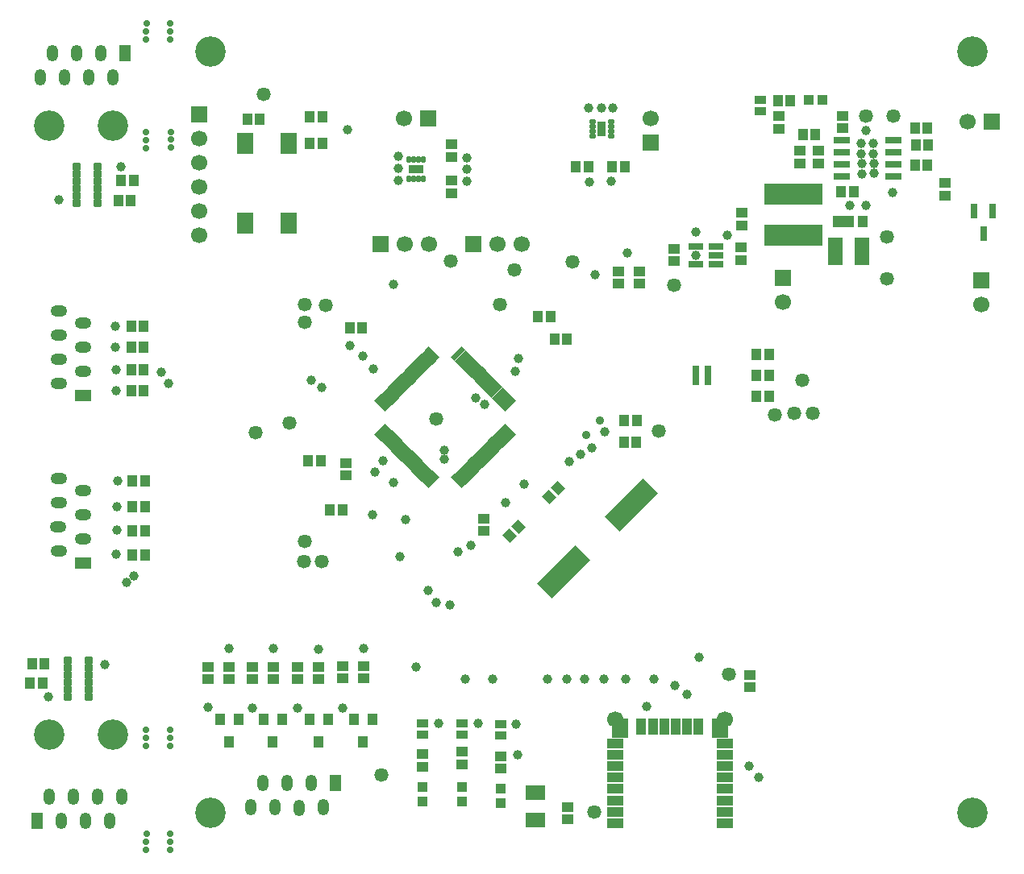
<source format=gts>
%FSLAX42Y42*%
%MOMM*%
G71*
G01*
G75*
G04 Layer_Color=8388736*
%ADD10R,2.00X1.10*%
%ADD11R,0.80X1.10*%
%ADD12R,0.85X0.95*%
%ADD13R,1.00X0.90*%
%ADD14R,1.55X0.60*%
%ADD15R,0.90X1.00*%
%ADD16R,1.80X1.30*%
%ADD17R,1.45X0.45*%
%ADD18R,0.45X0.45*%
G04:AMPARAMS|DCode=19|XSize=0.65mm|YSize=0.6mm|CornerRadius=0.02mm|HoleSize=0mm|Usage=FLASHONLY|Rotation=180.000|XOffset=0mm|YOffset=0mm|HoleType=Round|Shape=RoundedRectangle|*
%AMROUNDEDRECTD19*
21,1,0.65,0.57,0,0,180.0*
21,1,0.62,0.60,0,0,180.0*
1,1,0.03,-0.31,0.28*
1,1,0.03,0.31,0.28*
1,1,0.03,0.31,-0.28*
1,1,0.03,-0.31,-0.28*
%
%ADD19ROUNDEDRECTD19*%
%ADD20R,1.50X2.00*%
G04:AMPARAMS|DCode=21|XSize=0.5mm|YSize=0.25mm|CornerRadius=0mm|HoleSize=0mm|Usage=FLASHONLY|Rotation=180.000|XOffset=0mm|YOffset=0mm|HoleType=Round|Shape=RoundedRectangle|*
%AMROUNDEDRECTD21*
21,1,0.50,0.25,0,0,180.0*
21,1,0.50,0.25,0,0,180.0*
1,1,0.00,-0.25,0.12*
1,1,0.00,0.25,0.12*
1,1,0.00,0.25,-0.12*
1,1,0.00,-0.25,-0.12*
%
%ADD21ROUNDEDRECTD21*%
%ADD22R,0.70X1.30*%
G04:AMPARAMS|DCode=23|XSize=0.5mm|YSize=0.25mm|CornerRadius=0mm|HoleSize=0mm|Usage=FLASHONLY|Rotation=270.000|XOffset=0mm|YOffset=0mm|HoleType=Round|Shape=RoundedRectangle|*
%AMROUNDEDRECTD23*
21,1,0.50,0.25,0,0,270.0*
21,1,0.50,0.25,0,0,270.0*
1,1,0.00,-0.12,-0.25*
1,1,0.00,-0.12,0.25*
1,1,0.00,0.12,0.25*
1,1,0.00,0.12,-0.25*
%
%ADD23ROUNDEDRECTD23*%
%ADD24R,1.30X0.70*%
G04:AMPARAMS|DCode=25|XSize=0.3mm|YSize=1.4mm|CornerRadius=0mm|HoleSize=0mm|Usage=FLASHONLY|Rotation=45.000|XOffset=0mm|YOffset=0mm|HoleType=Round|Shape=Rectangle|*
%AMROTATEDRECTD25*
4,1,4,0.39,-0.60,-0.60,0.39,-0.39,0.60,0.60,-0.39,0.39,-0.60,0.0*
%
%ADD25ROTATEDRECTD25*%

G04:AMPARAMS|DCode=26|XSize=0.3mm|YSize=1.4mm|CornerRadius=0mm|HoleSize=0mm|Usage=FLASHONLY|Rotation=315.000|XOffset=0mm|YOffset=0mm|HoleType=Round|Shape=Rectangle|*
%AMROTATEDRECTD26*
4,1,4,-0.60,-0.39,0.39,0.60,0.60,0.39,-0.39,-0.60,-0.60,-0.39,0.0*
%
%ADD26ROTATEDRECTD26*%

%ADD27R,1.00X0.75*%
%ADD28R,0.80X0.80*%
%ADD29R,6.00X2.00*%
%ADD30R,1.30X2.70*%
%ADD31R,0.80X0.80*%
%ADD32R,0.90X0.95*%
%ADD33R,0.90X0.95*%
%ADD34R,0.95X0.85*%
G04:AMPARAMS|DCode=35|XSize=0.95mm|YSize=0.85mm|CornerRadius=0mm|HoleSize=0mm|Usage=FLASHONLY|Rotation=315.000|XOffset=0mm|YOffset=0mm|HoleType=Round|Shape=Rectangle|*
%AMROTATEDRECTD35*
4,1,4,-0.64,0.04,-0.04,0.64,0.64,-0.04,0.04,-0.64,-0.64,0.04,0.0*
%
%ADD35ROTATEDRECTD35*%

G04:AMPARAMS|DCode=36|XSize=5.5mm|YSize=2mm|CornerRadius=0mm|HoleSize=0mm|Usage=FLASHONLY|Rotation=225.000|XOffset=0mm|YOffset=0mm|HoleType=Round|Shape=Rectangle|*
%AMROTATEDRECTD36*
4,1,4,1.24,2.65,2.65,1.24,-1.24,-2.65,-2.65,-1.24,1.24,2.65,0.0*
%
%ADD36ROTATEDRECTD36*%

%ADD37C,1.50*%
%ADD38R,0.80X1.50*%
%ADD39R,1.50X0.80*%
%ADD40R,0.60X1.45*%
%ADD41C,0.25*%
%ADD42C,0.76*%
%ADD43C,0.50*%
%ADD44R,1.55X1.85*%
%ADD45R,1.50X1.50*%
%ADD46O,1.00X1.52*%
%ADD47R,1.00X1.52*%
%ADD48R,1.50X1.50*%
%ADD49O,1.52X1.00*%
%ADD50R,1.52X1.00*%
%ADD51C,0.70*%
%ADD52C,0.80*%
%ADD53C,1.27*%
%ADD54C,3.00*%
%ADD55C,0.50*%
%ADD56C,1.02*%
%ADD57C,0.51*%
%ADD58C,0.10*%
%ADD59C,0.20*%
%ADD60C,0.25*%
%ADD61C,0.60*%
%ADD62C,0.15*%
%ADD63R,2.20X1.30*%
%ADD64R,1.00X1.30*%
%ADD65R,1.05X1.15*%
%ADD66R,1.20X1.10*%
%ADD67R,1.75X0.80*%
%ADD68R,1.10X1.20*%
%ADD69R,2.00X1.50*%
%ADD70R,1.65X0.65*%
%ADD71R,0.65X0.65*%
G04:AMPARAMS|DCode=72|XSize=0.85mm|YSize=0.8mm|CornerRadius=0.12mm|HoleSize=0mm|Usage=FLASHONLY|Rotation=180.000|XOffset=0mm|YOffset=0mm|HoleType=Round|Shape=RoundedRectangle|*
%AMROUNDEDRECTD72*
21,1,0.85,0.57,0,0,180.0*
21,1,0.62,0.80,0,0,180.0*
1,1,0.23,-0.31,0.28*
1,1,0.23,0.31,0.28*
1,1,0.23,0.31,-0.28*
1,1,0.23,-0.31,-0.28*
%
%ADD72ROUNDEDRECTD72*%
%ADD73R,1.70X2.20*%
G04:AMPARAMS|DCode=74|XSize=0.7mm|YSize=0.45mm|CornerRadius=0.1mm|HoleSize=0mm|Usage=FLASHONLY|Rotation=180.000|XOffset=0mm|YOffset=0mm|HoleType=Round|Shape=RoundedRectangle|*
%AMROUNDEDRECTD74*
21,1,0.70,0.25,0,0,180.0*
21,1,0.50,0.45,0,0,180.0*
1,1,0.21,-0.25,0.12*
1,1,0.21,0.25,0.12*
1,1,0.21,0.25,-0.12*
1,1,0.21,-0.25,-0.12*
%
%ADD74ROUNDEDRECTD74*%
%ADD75R,0.90X1.50*%
G04:AMPARAMS|DCode=76|XSize=0.7mm|YSize=0.45mm|CornerRadius=0.1mm|HoleSize=0mm|Usage=FLASHONLY|Rotation=270.000|XOffset=0mm|YOffset=0mm|HoleType=Round|Shape=RoundedRectangle|*
%AMROUNDEDRECTD76*
21,1,0.70,0.25,0,0,270.0*
21,1,0.50,0.45,0,0,270.0*
1,1,0.21,-0.12,-0.25*
1,1,0.21,-0.12,0.25*
1,1,0.21,0.12,0.25*
1,1,0.21,0.12,-0.25*
%
%ADD76ROUNDEDRECTD76*%
%ADD77R,1.50X0.90*%
G04:AMPARAMS|DCode=78|XSize=0.5mm|YSize=1.6mm|CornerRadius=0mm|HoleSize=0mm|Usage=FLASHONLY|Rotation=45.000|XOffset=0mm|YOffset=0mm|HoleType=Round|Shape=Rectangle|*
%AMROTATEDRECTD78*
4,1,4,0.39,-0.74,-0.74,0.39,-0.39,0.74,0.74,-0.39,0.39,-0.74,0.0*
%
%ADD78ROTATEDRECTD78*%

G04:AMPARAMS|DCode=79|XSize=0.5mm|YSize=1.6mm|CornerRadius=0mm|HoleSize=0mm|Usage=FLASHONLY|Rotation=315.000|XOffset=0mm|YOffset=0mm|HoleType=Round|Shape=Rectangle|*
%AMROTATEDRECTD79*
4,1,4,-0.74,-0.39,0.39,0.74,0.74,0.39,-0.39,-0.74,-0.74,-0.39,0.0*
%
%ADD79ROTATEDRECTD79*%

%ADD80R,1.20X0.95*%
%ADD81R,1.00X1.00*%
%ADD82R,6.20X2.20*%
%ADD83R,1.50X2.90*%
%ADD84R,1.00X1.00*%
%ADD85R,1.10X1.15*%
%ADD86R,1.10X1.15*%
%ADD87R,1.15X1.05*%
G04:AMPARAMS|DCode=88|XSize=1.15mm|YSize=1.05mm|CornerRadius=0mm|HoleSize=0mm|Usage=FLASHONLY|Rotation=315.000|XOffset=0mm|YOffset=0mm|HoleType=Round|Shape=Rectangle|*
%AMROTATEDRECTD88*
4,1,4,-0.78,0.04,-0.04,0.78,0.78,-0.04,0.04,-0.78,-0.78,0.04,0.0*
%
%ADD88ROTATEDRECTD88*%

G04:AMPARAMS|DCode=89|XSize=5.7mm|YSize=2.2mm|CornerRadius=0mm|HoleSize=0mm|Usage=FLASHONLY|Rotation=225.000|XOffset=0mm|YOffset=0mm|HoleType=Round|Shape=Rectangle|*
%AMROTATEDRECTD89*
4,1,4,1.24,2.80,2.80,1.24,-1.24,-2.80,-2.80,-1.24,1.24,2.80,0.0*
%
%ADD89ROTATEDRECTD89*%

%ADD90C,1.70*%
%ADD91R,1.00X1.70*%
%ADD92R,1.70X1.00*%
%ADD93R,0.80X1.65*%
%ADD94R,1.75X2.05*%
%ADD95R,1.70X1.70*%
%ADD96O,1.20X1.73*%
%ADD97R,1.20X1.73*%
%ADD98R,1.70X1.70*%
%ADD99O,1.73X1.20*%
%ADD100R,1.73X1.20*%
%ADD101C,0.90*%
%ADD102C,1.00*%
%ADD103C,1.47*%
%ADD104C,3.20*%
%ADD105C,0.70*%
D63*
X13440Y10240D02*
D03*
D64*
X13645D02*
D03*
D65*
X13020Y11153D02*
D03*
X13150D02*
D03*
X14325Y10832D02*
D03*
X14195D02*
D03*
X14332Y11047D02*
D03*
X14202D02*
D03*
X7182Y11315D02*
D03*
X7312D02*
D03*
X10540Y9000D02*
D03*
X10410D02*
D03*
X10238Y9243D02*
D03*
X10368D02*
D03*
X8260Y9120D02*
D03*
X8390D02*
D03*
X8051Y7205D02*
D03*
X8181D02*
D03*
X11268Y7920D02*
D03*
X11138D02*
D03*
X11272Y8145D02*
D03*
X11143D02*
D03*
X5962Y10463D02*
D03*
X5832D02*
D03*
X4923Y5587D02*
D03*
X5053D02*
D03*
X7970Y11338D02*
D03*
X7840D02*
D03*
X7840Y11060D02*
D03*
X7970D02*
D03*
X6096Y8916D02*
D03*
X5966D02*
D03*
X6096Y9137D02*
D03*
X5966D02*
D03*
X6097Y8459D02*
D03*
X5967D02*
D03*
X6096Y8680D02*
D03*
X5966D02*
D03*
X6107Y7243D02*
D03*
X5977D02*
D03*
X6107Y7509D02*
D03*
X5977D02*
D03*
X6107Y6735D02*
D03*
X5977D02*
D03*
X6107Y6989D02*
D03*
X5977D02*
D03*
X7953Y7725D02*
D03*
X7822D02*
D03*
X12885Y11510D02*
D03*
X12755D02*
D03*
X12661Y8402D02*
D03*
X12531D02*
D03*
X12662Y8618D02*
D03*
X12532D02*
D03*
X12662Y8845D02*
D03*
X12532D02*
D03*
D66*
X12990Y10847D02*
D03*
Y10982D02*
D03*
X9327Y10539D02*
D03*
Y10674D02*
D03*
Y10919D02*
D03*
Y11054D02*
D03*
X12368Y9968D02*
D03*
Y9832D02*
D03*
X14507Y10512D02*
D03*
Y10647D02*
D03*
X13177Y10845D02*
D03*
Y10980D02*
D03*
D67*
X13968Y10971D02*
D03*
Y10844D02*
D03*
Y11098D02*
D03*
Y10717D02*
D03*
X13427Y10714D02*
D03*
Y11096D02*
D03*
Y10842D02*
D03*
Y10968D02*
D03*
D68*
X14327Y11222D02*
D03*
X14193D02*
D03*
X5033Y5389D02*
D03*
X4898D02*
D03*
X5859Y10669D02*
D03*
X5994D02*
D03*
X10630Y10817D02*
D03*
X10765D02*
D03*
X11011D02*
D03*
X11146D02*
D03*
X13552Y10555D02*
D03*
X13418D02*
D03*
D69*
X10205Y4235D02*
D03*
Y3945D02*
D03*
D70*
X11892Y9980D02*
D03*
Y9790D02*
D03*
X12107Y9980D02*
D03*
Y9885D02*
D03*
Y9790D02*
D03*
D71*
X11897Y8554D02*
D03*
Y8621D02*
D03*
Y8689D02*
D03*
X12022Y8554D02*
D03*
Y8621D02*
D03*
Y8689D02*
D03*
D72*
X5516Y5247D02*
D03*
Y5322D02*
D03*
Y5397D02*
D03*
Y5472D02*
D03*
Y5547D02*
D03*
Y5622D02*
D03*
X5296D02*
D03*
Y5547D02*
D03*
Y5472D02*
D03*
Y5397D02*
D03*
Y5322D02*
D03*
Y5247D02*
D03*
X5392Y10811D02*
D03*
Y10736D02*
D03*
Y10661D02*
D03*
Y10586D02*
D03*
Y10511D02*
D03*
Y10436D02*
D03*
X5612D02*
D03*
Y10511D02*
D03*
Y10586D02*
D03*
Y10661D02*
D03*
Y10736D02*
D03*
Y10811D02*
D03*
D73*
X7164Y10221D02*
D03*
X7614D02*
D03*
X7164Y11061D02*
D03*
X7614D02*
D03*
D74*
X10806Y11135D02*
D03*
Y11185D02*
D03*
Y11235D02*
D03*
Y11285D02*
D03*
X11006D02*
D03*
Y11235D02*
D03*
Y11185D02*
D03*
Y11135D02*
D03*
D75*
X10906Y11213D02*
D03*
D76*
X9033Y10692D02*
D03*
X8983D02*
D03*
X8933D02*
D03*
X8883D02*
D03*
Y10892D02*
D03*
X8933D02*
D03*
X8983D02*
D03*
X9033D02*
D03*
D77*
X8956Y10792D02*
D03*
D78*
X9124Y8847D02*
D03*
X9088Y8812D02*
D03*
X9053Y8776D02*
D03*
X9018Y8741D02*
D03*
X8982Y8706D02*
D03*
X8947Y8670D02*
D03*
X8911Y8635D02*
D03*
X8876Y8600D02*
D03*
X8841Y8564D02*
D03*
X8805Y8529D02*
D03*
X8770Y8494D02*
D03*
X8735Y8458D02*
D03*
X8699Y8423D02*
D03*
X8664Y8388D02*
D03*
X8629Y8352D02*
D03*
X8593Y8317D02*
D03*
X9399Y7511D02*
D03*
X9435Y7546D02*
D03*
X9470Y7581D02*
D03*
X9505Y7617D02*
D03*
X9541Y7652D02*
D03*
X9576Y7688D02*
D03*
X9612Y7723D02*
D03*
X9647Y7758D02*
D03*
X9682Y7794D02*
D03*
X9718Y7829D02*
D03*
X9753Y7864D02*
D03*
X9788Y7900D02*
D03*
X9824Y7935D02*
D03*
X9859Y7970D02*
D03*
X9894Y8006D02*
D03*
X9930Y8041D02*
D03*
D79*
X8593D02*
D03*
X8629Y8006D02*
D03*
X8664Y7970D02*
D03*
X8699Y7935D02*
D03*
X8735Y7900D02*
D03*
X8770Y7864D02*
D03*
X8805Y7829D02*
D03*
X8841Y7794D02*
D03*
X8876Y7758D02*
D03*
X8911Y7723D02*
D03*
X8947Y7688D02*
D03*
X8982Y7652D02*
D03*
X9018Y7617D02*
D03*
X9053Y7581D02*
D03*
X9088Y7546D02*
D03*
X9124Y7511D02*
D03*
X9930Y8317D02*
D03*
X9894Y8352D02*
D03*
X9859Y8388D02*
D03*
X9824Y8423D02*
D03*
X9788Y8458D02*
D03*
X9753Y8494D02*
D03*
X9718Y8529D02*
D03*
X9682Y8564D02*
D03*
X9647Y8600D02*
D03*
X9612Y8635D02*
D03*
X9576Y8670D02*
D03*
X9541Y8706D02*
D03*
X9505Y8741D02*
D03*
X9470Y8776D02*
D03*
X9435Y8812D02*
D03*
X9399Y8847D02*
D03*
D80*
X9022Y4962D02*
D03*
Y4847D02*
D03*
X9841Y4955D02*
D03*
Y4840D02*
D03*
X9442Y4962D02*
D03*
Y4847D02*
D03*
X12575Y11400D02*
D03*
Y11515D02*
D03*
D81*
X9436Y4294D02*
D03*
Y4144D02*
D03*
X9020Y4294D02*
D03*
Y4144D02*
D03*
X9844Y4277D02*
D03*
Y4127D02*
D03*
D82*
X12920Y10097D02*
D03*
Y10528D02*
D03*
D83*
X13640Y9922D02*
D03*
X13360D02*
D03*
D84*
X13077Y11515D02*
D03*
X13227D02*
D03*
D85*
X8030Y5003D02*
D03*
X7935Y4768D02*
D03*
X7090Y5003D02*
D03*
X6995Y4768D02*
D03*
X8496Y5003D02*
D03*
X8401Y4768D02*
D03*
X7547Y5003D02*
D03*
X7452Y4768D02*
D03*
D86*
X7840Y5003D02*
D03*
X6900D02*
D03*
X8306D02*
D03*
X7357D02*
D03*
D87*
X8221Y7572D02*
D03*
Y7703D02*
D03*
X10545Y3958D02*
D03*
Y4088D02*
D03*
X6770Y5560D02*
D03*
Y5430D02*
D03*
X6990Y5560D02*
D03*
Y5430D02*
D03*
X7715Y5558D02*
D03*
Y5428D02*
D03*
X7935Y5558D02*
D03*
Y5428D02*
D03*
X7233Y5558D02*
D03*
Y5428D02*
D03*
X7454Y5558D02*
D03*
Y5428D02*
D03*
X8182Y5568D02*
D03*
Y5438D02*
D03*
X8402Y5568D02*
D03*
Y5438D02*
D03*
X11298Y9588D02*
D03*
Y9718D02*
D03*
X11078Y9718D02*
D03*
Y9588D02*
D03*
X12762Y11215D02*
D03*
Y11345D02*
D03*
X13432Y11218D02*
D03*
Y11347D02*
D03*
X12375Y10200D02*
D03*
Y10330D02*
D03*
X11665Y9953D02*
D03*
Y9822D02*
D03*
X9436Y4665D02*
D03*
Y4535D02*
D03*
X9022Y4639D02*
D03*
Y4509D02*
D03*
X9841Y4619D02*
D03*
Y4489D02*
D03*
X12462Y5472D02*
D03*
Y5342D02*
D03*
X9670Y6988D02*
D03*
Y7118D02*
D03*
D88*
X9942Y6937D02*
D03*
X10033Y7028D02*
D03*
X10446Y7438D02*
D03*
X10354Y7347D02*
D03*
D89*
X10509Y6556D02*
D03*
X11217Y7263D02*
D03*
D90*
X11046Y5005D02*
D03*
X12196D02*
D03*
X12805Y9393D02*
D03*
X8836Y10005D02*
D03*
X9090D02*
D03*
X11418Y11325D02*
D03*
X8831Y11327D02*
D03*
X14748Y11285D02*
D03*
X9807Y10003D02*
D03*
X10061D02*
D03*
X6675Y11114D02*
D03*
Y10860D02*
D03*
Y10606D02*
D03*
Y10351D02*
D03*
Y10097D02*
D03*
X14888Y9368D02*
D03*
D91*
X11561Y4930D02*
D03*
X11681D02*
D03*
X11801D02*
D03*
X11921D02*
D03*
X11441D02*
D03*
X11321D02*
D03*
D92*
X12196Y4755D02*
D03*
Y4635D02*
D03*
Y4515D02*
D03*
Y4275D02*
D03*
Y3915D02*
D03*
Y4035D02*
D03*
Y4155D02*
D03*
Y4395D02*
D03*
X11046D02*
D03*
Y4155D02*
D03*
Y4035D02*
D03*
Y3915D02*
D03*
Y4275D02*
D03*
Y4515D02*
D03*
Y4635D02*
D03*
Y4755D02*
D03*
D93*
X15009Y10349D02*
D03*
X14818D02*
D03*
X14913Y10114D02*
D03*
D94*
X11099Y4913D02*
D03*
X12144D02*
D03*
D95*
X12805Y9647D02*
D03*
X11418Y11071D02*
D03*
X6675Y11368D02*
D03*
X14888Y9622D02*
D03*
D96*
X7223Y4081D02*
D03*
X7731Y4078D02*
D03*
X7350Y4335D02*
D03*
X7858D02*
D03*
X7477Y4081D02*
D03*
X7985Y4080D02*
D03*
X7604Y4335D02*
D03*
X5863Y4194D02*
D03*
X5355Y4197D02*
D03*
X5736Y3940D02*
D03*
X5228D02*
D03*
X5609Y4194D02*
D03*
X5101Y4194D02*
D03*
X5482Y3940D02*
D03*
X5012Y11754D02*
D03*
X5520Y11751D02*
D03*
X5139Y12008D02*
D03*
X5647D02*
D03*
X5266Y11754D02*
D03*
X5774Y11753D02*
D03*
X5393Y12008D02*
D03*
D97*
X8112Y4335D02*
D03*
X4974Y3940D02*
D03*
X5901Y12008D02*
D03*
D98*
X8582Y10005D02*
D03*
X9085Y11327D02*
D03*
X15002Y11285D02*
D03*
X9553Y10003D02*
D03*
D99*
X5208Y9297D02*
D03*
X5205Y8789D02*
D03*
X5462Y9170D02*
D03*
Y8662D02*
D03*
X5208Y9043D02*
D03*
X5208Y8535D02*
D03*
X5462Y8916D02*
D03*
X5203Y7535D02*
D03*
X5200Y7027D02*
D03*
X5457Y7408D02*
D03*
Y6900D02*
D03*
X5203Y7281D02*
D03*
X5203Y6773D02*
D03*
X5457Y7154D02*
D03*
D100*
X5462Y8408D02*
D03*
X5457Y6646D02*
D03*
D101*
X10738Y7995D02*
D03*
X10886Y8144D02*
D03*
D102*
X13960Y10540D02*
D03*
X13510Y10412D02*
D03*
X9585Y8388D02*
D03*
X10832Y9680D02*
D03*
X5202Y10466D02*
D03*
X5691Y5584D02*
D03*
X8520Y7605D02*
D03*
X8843Y7109D02*
D03*
X9994Y8664D02*
D03*
X10035Y8797D02*
D03*
X8612Y7722D02*
D03*
X11450Y5428D02*
D03*
X11153D02*
D03*
X10928D02*
D03*
X10728D02*
D03*
X10538D02*
D03*
X10332D02*
D03*
X9762D02*
D03*
X9470D02*
D03*
X8953Y5553D02*
D03*
X10935Y8030D02*
D03*
X10093Y7478D02*
D03*
X9893Y7285D02*
D03*
X9085Y6358D02*
D03*
X9310Y6210D02*
D03*
X9168Y6238D02*
D03*
X7715Y5128D02*
D03*
X8783Y6713D02*
D03*
X8232Y11203D02*
D03*
X7965Y8497D02*
D03*
X8722Y7497D02*
D03*
X11890Y9880D02*
D03*
X11893Y10130D02*
D03*
X12228Y10093D02*
D03*
X8400Y8822D02*
D03*
X8262Y8938D02*
D03*
X8722Y9575D02*
D03*
X6993Y5750D02*
D03*
X7857Y8572D02*
D03*
X6283Y8653D02*
D03*
X6353Y8538D02*
D03*
X7457Y5755D02*
D03*
X7935Y5745D02*
D03*
X8402Y5753D02*
D03*
X5992Y6512D02*
D03*
X5912Y6444D02*
D03*
X5819Y7512D02*
D03*
X5814Y7242D02*
D03*
X5812Y6994D02*
D03*
X5807Y6739D02*
D03*
X5809Y8461D02*
D03*
X5804Y8681D02*
D03*
X5799Y8918D02*
D03*
X5799Y9139D02*
D03*
X9528Y6838D02*
D03*
X9397Y6765D02*
D03*
X8497Y7160D02*
D03*
X11380Y5142D02*
D03*
X11670Y5360D02*
D03*
X12555Y4397D02*
D03*
X7233Y5127D02*
D03*
X12455Y4515D02*
D03*
X10020Y4635D02*
D03*
X8182Y5127D02*
D03*
X9253Y7838D02*
D03*
X9250Y7740D02*
D03*
X11803Y5272D02*
D03*
X10007Y4958D02*
D03*
X9607Y4962D02*
D03*
X9194Y4962D02*
D03*
X6770Y5133D02*
D03*
X11930Y5660D02*
D03*
X11178Y9910D02*
D03*
X8507Y8690D02*
D03*
X11005Y10660D02*
D03*
X11022Y11430D02*
D03*
X10900D02*
D03*
X10768D02*
D03*
X10778Y10657D02*
D03*
X9488Y10910D02*
D03*
X9490Y10662D02*
D03*
X9488Y10790D02*
D03*
X8772Y10668D02*
D03*
X8770Y10800D02*
D03*
Y10925D02*
D03*
X10562Y7715D02*
D03*
X10798Y7858D02*
D03*
X10685Y7793D02*
D03*
X9678Y8315D02*
D03*
X13630Y11060D02*
D03*
X13765Y10845D02*
D03*
X13760Y11062D02*
D03*
X13682Y11200D02*
D03*
X13677Y10412D02*
D03*
X5859Y10818D02*
D03*
X5096Y5242D02*
D03*
X13760Y10953D02*
D03*
X13632D02*
D03*
X13635Y10845D02*
D03*
X13638Y10738D02*
D03*
X13765Y10745D02*
D03*
D103*
X10597Y9812D02*
D03*
X9318Y9828D02*
D03*
X13012Y8570D02*
D03*
X7630Y8122D02*
D03*
X10825Y4035D02*
D03*
X7357Y11580D02*
D03*
X12238Y5480D02*
D03*
X11500Y8038D02*
D03*
X9840Y9368D02*
D03*
X7785Y6882D02*
D03*
X7780Y6662D02*
D03*
X7962D02*
D03*
X7788Y9183D02*
D03*
Y9365D02*
D03*
X8007Y9360D02*
D03*
X7270Y8020D02*
D03*
X12725Y8210D02*
D03*
X13125Y8222D02*
D03*
X9988Y9732D02*
D03*
X8593Y4425D02*
D03*
X9168Y8167D02*
D03*
X11665Y9568D02*
D03*
X12925Y8220D02*
D03*
X13898Y9640D02*
D03*
Y10075D02*
D03*
X13682Y11345D02*
D03*
X13968D02*
D03*
D104*
X14798Y12028D02*
D03*
Y4028D02*
D03*
X6797D02*
D03*
Y12028D02*
D03*
X5100Y11250D02*
D03*
X5775Y4845D02*
D03*
X5100D02*
D03*
X5775Y11250D02*
D03*
D105*
X6378Y11180D02*
D03*
X6120Y11012D02*
D03*
Y11097D02*
D03*
X6122Y11180D02*
D03*
X6378Y11100D02*
D03*
Y11015D02*
D03*
X6370Y4730D02*
D03*
Y4815D02*
D03*
X6120Y4895D02*
D03*
X6117Y4815D02*
D03*
Y4728D02*
D03*
X6370Y4895D02*
D03*
X6375Y3803D02*
D03*
X6122Y3635D02*
D03*
Y3722D02*
D03*
X6125Y3803D02*
D03*
X6375Y3722D02*
D03*
Y3638D02*
D03*
Y12318D02*
D03*
X6122Y12150D02*
D03*
Y12238D02*
D03*
X6125Y12318D02*
D03*
X6375Y12238D02*
D03*
Y12153D02*
D03*
M02*

</source>
